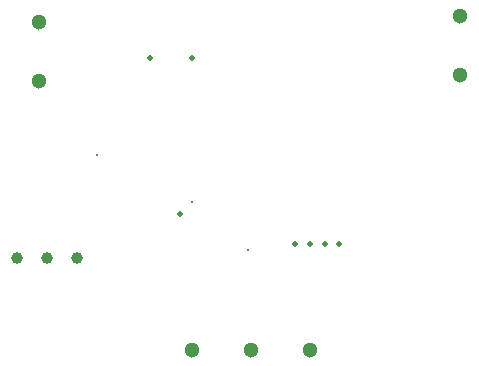
<source format=gbr>
%TF.GenerationSoftware,KiCad,Pcbnew,9.0.0*%
%TF.CreationDate,2025-03-26T19:28:19+01:00*%
%TF.ProjectId,attiny_pwm,61747469-6e79-45f7-9077-6d2e6b696361,1*%
%TF.SameCoordinates,Original*%
%TF.FileFunction,Plated,1,2,PTH,Drill*%
%TF.FilePolarity,Positive*%
%FSLAX46Y46*%
G04 Gerber Fmt 4.6, Leading zero omitted, Abs format (unit mm)*
G04 Created by KiCad (PCBNEW 9.0.0) date 2025-03-26 19:28:19*
%MOMM*%
%LPD*%
G01*
G04 APERTURE LIST*
%TA.AperFunction,ViaDrill*%
%ADD10C,0.300000*%
%TD*%
%TA.AperFunction,ViaDrill*%
%ADD11C,0.500000*%
%TD*%
%TA.AperFunction,ComponentDrill*%
%ADD12C,1.000000*%
%TD*%
%TA.AperFunction,ComponentDrill*%
%ADD13C,1.300000*%
%TD*%
G04 APERTURE END LIST*
D10*
X146423000Y-112632000D03*
X154423000Y-116632000D03*
X159173000Y-120632000D03*
D11*
X150923000Y-104382000D03*
X153423000Y-117632000D03*
X154423000Y-104382000D03*
X163173000Y-120132000D03*
X164423000Y-120132000D03*
X165673000Y-120132000D03*
X166923000Y-120132000D03*
D12*
%TO.C,J2*%
X139648000Y-121382000D03*
X142188000Y-121382000D03*
X144728000Y-121382000D03*
D13*
%TO.C,BT1*%
X141455500Y-101382000D03*
X141455500Y-106382000D03*
%TO.C,RV1*%
X154423000Y-129099500D03*
X159423000Y-129099500D03*
X164423000Y-129099500D03*
%TO.C,J1*%
X177140500Y-100882000D03*
X177140500Y-105882000D03*
M02*

</source>
